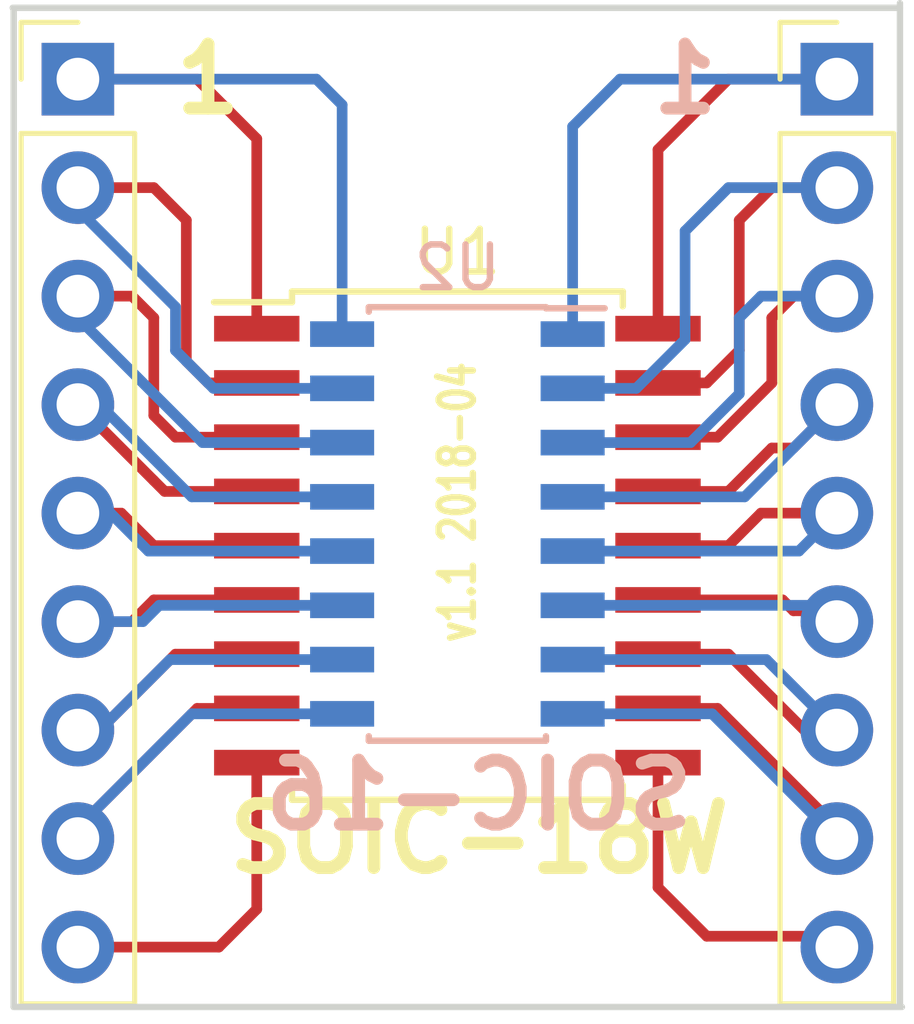
<source format=kicad_pcb>
(kicad_pcb (version 4) (host pcbnew 4.0.6)

  (general
    (links 34)
    (no_connects 0)
    (area 134.412667 93.723 162.259334 120.753)
    (thickness 1.6)
    (drawings 9)
    (tracks 112)
    (zones 0)
    (modules 4)
    (nets 19)
  )

  (page A4)
  (layers
    (0 F.Cu signal)
    (31 B.Cu signal)
    (36 B.SilkS user)
    (37 F.SilkS user)
    (38 B.Mask user)
    (39 F.Mask user)
    (40 Dwgs.User user)
    (44 Edge.Cuts user)
  )

  (setup
    (last_trace_width 0.25)
    (trace_clearance 0.2)
    (zone_clearance 0.508)
    (zone_45_only no)
    (trace_min 0.2)
    (segment_width 0.2)
    (edge_width 0.15)
    (via_size 0.6)
    (via_drill 0.4)
    (via_min_size 0.4)
    (via_min_drill 0.3)
    (uvia_size 0.3)
    (uvia_drill 0.1)
    (uvias_allowed no)
    (uvia_min_size 0.2)
    (uvia_min_drill 0.1)
    (pcb_text_width 0.3)
    (pcb_text_size 1.5 1.5)
    (mod_edge_width 0.15)
    (mod_text_size 1 1)
    (mod_text_width 0.15)
    (pad_size 1.524 1.524)
    (pad_drill 0.762)
    (pad_to_mask_clearance 0.2)
    (aux_axis_origin 0 0)
    (visible_elements FFFEFF7F)
    (pcbplotparams
      (layerselection 0x00030_80000001)
      (usegerberextensions false)
      (excludeedgelayer true)
      (linewidth 0.100000)
      (plotframeref false)
      (viasonmask false)
      (mode 1)
      (useauxorigin false)
      (hpglpennumber 1)
      (hpglpenspeed 20)
      (hpglpendiameter 15)
      (hpglpenoverlay 2)
      (psnegative false)
      (psa4output false)
      (plotreference true)
      (plotvalue true)
      (plotinvisibletext false)
      (padsonsilk false)
      (subtractmaskfromsilk false)
      (outputformat 1)
      (mirror false)
      (drillshape 1)
      (scaleselection 1)
      (outputdirectory ""))
  )

  (net 0 "")
  (net 1 "Net-(J1-Pad1)")
  (net 2 "Net-(J1-Pad2)")
  (net 3 "Net-(J1-Pad3)")
  (net 4 "Net-(J1-Pad4)")
  (net 5 "Net-(J1-Pad5)")
  (net 6 "Net-(J1-Pad6)")
  (net 7 "Net-(J1-Pad7)")
  (net 8 GND)
  (net 9 "Net-(J1-Pad9)")
  (net 10 "Net-(J2-Pad1)")
  (net 11 "Net-(J2-Pad2)")
  (net 12 "Net-(J2-Pad3)")
  (net 13 "Net-(J2-Pad4)")
  (net 14 "Net-(J2-Pad5)")
  (net 15 "Net-(J2-Pad6)")
  (net 16 "Net-(J2-Pad7)")
  (net 17 "Net-(J2-Pad8)")
  (net 18 "Net-(J2-Pad9)")

  (net_class Default "This is the default net class."
    (clearance 0.2)
    (trace_width 0.25)
    (via_dia 0.6)
    (via_drill 0.4)
    (uvia_dia 0.3)
    (uvia_drill 0.1)
    (add_net GND)
    (add_net "Net-(J1-Pad1)")
    (add_net "Net-(J1-Pad2)")
    (add_net "Net-(J1-Pad3)")
    (add_net "Net-(J1-Pad4)")
    (add_net "Net-(J1-Pad5)")
    (add_net "Net-(J1-Pad6)")
    (add_net "Net-(J1-Pad7)")
    (add_net "Net-(J1-Pad9)")
    (add_net "Net-(J2-Pad1)")
    (add_net "Net-(J2-Pad2)")
    (add_net "Net-(J2-Pad3)")
    (add_net "Net-(J2-Pad4)")
    (add_net "Net-(J2-Pad5)")
    (add_net "Net-(J2-Pad6)")
    (add_net "Net-(J2-Pad7)")
    (add_net "Net-(J2-Pad8)")
    (add_net "Net-(J2-Pad9)")
  )

  (module Pin_Headers:Pin_Header_Straight_1x09_Pitch2.54mm (layer F.Cu) (tedit 5AD20717) (tstamp 5ABE7879)
    (at 139.446 97.028)
    (descr "Through hole straight pin header, 1x09, 2.54mm pitch, single row")
    (tags "Through hole pin header THT 1x09 2.54mm single row")
    (path /5ABE8240)
    (fp_text reference J1 (at 3.048 0) (layer F.SilkS) hide
      (effects (font (size 1 1) (thickness 0.15)))
    )
    (fp_text value CONN_01X09 (at 0 22.65) (layer F.Fab)
      (effects (font (size 1 1) (thickness 0.15)))
    )
    (fp_line (start -0.635 -1.27) (end 1.27 -1.27) (layer F.Fab) (width 0.1))
    (fp_line (start 1.27 -1.27) (end 1.27 21.59) (layer F.Fab) (width 0.1))
    (fp_line (start 1.27 21.59) (end -1.27 21.59) (layer F.Fab) (width 0.1))
    (fp_line (start -1.27 21.59) (end -1.27 -0.635) (layer F.Fab) (width 0.1))
    (fp_line (start -1.27 -0.635) (end -0.635 -1.27) (layer F.Fab) (width 0.1))
    (fp_line (start -1.33 21.65) (end 1.33 21.65) (layer F.SilkS) (width 0.12))
    (fp_line (start -1.33 1.27) (end -1.33 21.65) (layer F.SilkS) (width 0.12))
    (fp_line (start 1.33 1.27) (end 1.33 21.65) (layer F.SilkS) (width 0.12))
    (fp_line (start -1.33 1.27) (end 1.33 1.27) (layer F.SilkS) (width 0.12))
    (fp_line (start -1.33 0) (end -1.33 -1.33) (layer F.SilkS) (width 0.12))
    (fp_line (start -1.33 -1.33) (end 0 -1.33) (layer F.SilkS) (width 0.12))
    (fp_line (start -1.8 -1.8) (end -1.8 22.1) (layer F.CrtYd) (width 0.05))
    (fp_line (start -1.8 22.1) (end 1.8 22.1) (layer F.CrtYd) (width 0.05))
    (fp_line (start 1.8 22.1) (end 1.8 -1.8) (layer F.CrtYd) (width 0.05))
    (fp_line (start 1.8 -1.8) (end -1.8 -1.8) (layer F.CrtYd) (width 0.05))
    (fp_text user %R (at 0 10.16 90) (layer F.Fab)
      (effects (font (size 1 1) (thickness 0.15)))
    )
    (pad 1 thru_hole rect (at 0 0) (size 1.7 1.7) (drill 1) (layers *.Cu *.Mask)
      (net 1 "Net-(J1-Pad1)"))
    (pad 2 thru_hole oval (at 0 2.54) (size 1.7 1.7) (drill 1) (layers *.Cu *.Mask)
      (net 2 "Net-(J1-Pad2)"))
    (pad 3 thru_hole oval (at 0 5.08) (size 1.7 1.7) (drill 1) (layers *.Cu *.Mask)
      (net 3 "Net-(J1-Pad3)"))
    (pad 4 thru_hole oval (at 0 7.62) (size 1.7 1.7) (drill 1) (layers *.Cu *.Mask)
      (net 4 "Net-(J1-Pad4)"))
    (pad 5 thru_hole oval (at 0 10.16) (size 1.7 1.7) (drill 1) (layers *.Cu *.Mask)
      (net 5 "Net-(J1-Pad5)"))
    (pad 6 thru_hole oval (at 0 12.7) (size 1.7 1.7) (drill 1) (layers *.Cu *.Mask)
      (net 6 "Net-(J1-Pad6)"))
    (pad 7 thru_hole oval (at 0 15.24) (size 1.7 1.7) (drill 1) (layers *.Cu *.Mask)
      (net 7 "Net-(J1-Pad7)"))
    (pad 8 thru_hole oval (at 0 17.78) (size 1.7 1.7) (drill 1) (layers *.Cu *.Mask)
      (net 8 GND))
    (pad 9 thru_hole oval (at 0 20.32) (size 1.7 1.7) (drill 1) (layers *.Cu *.Mask)
      (net 9 "Net-(J1-Pad9)"))
    (model ${KISYS3DMOD}/Pin_Headers.3dshapes/Pin_Header_Straight_1x09_Pitch2.54mm.wrl
      (at (xyz 0 0 0))
      (scale (xyz 1 1 1))
      (rotate (xyz 0 0 0))
    )
  )

  (module Pin_Headers:Pin_Header_Straight_1x09_Pitch2.54mm (layer F.Cu) (tedit 5AD20722) (tstamp 5ABE7886)
    (at 157.226 97.028)
    (descr "Through hole straight pin header, 1x09, 2.54mm pitch, single row")
    (tags "Through hole pin header THT 1x09 2.54mm single row")
    (path /5ABE8510)
    (fp_text reference J2 (at 0 -2.33) (layer F.SilkS) hide
      (effects (font (size 1 1) (thickness 0.15)))
    )
    (fp_text value CONN_01X09 (at 0 22.65) (layer F.Fab)
      (effects (font (size 1 1) (thickness 0.15)))
    )
    (fp_line (start -0.635 -1.27) (end 1.27 -1.27) (layer F.Fab) (width 0.1))
    (fp_line (start 1.27 -1.27) (end 1.27 21.59) (layer F.Fab) (width 0.1))
    (fp_line (start 1.27 21.59) (end -1.27 21.59) (layer F.Fab) (width 0.1))
    (fp_line (start -1.27 21.59) (end -1.27 -0.635) (layer F.Fab) (width 0.1))
    (fp_line (start -1.27 -0.635) (end -0.635 -1.27) (layer F.Fab) (width 0.1))
    (fp_line (start -1.33 21.65) (end 1.33 21.65) (layer F.SilkS) (width 0.12))
    (fp_line (start -1.33 1.27) (end -1.33 21.65) (layer F.SilkS) (width 0.12))
    (fp_line (start 1.33 1.27) (end 1.33 21.65) (layer F.SilkS) (width 0.12))
    (fp_line (start -1.33 1.27) (end 1.33 1.27) (layer F.SilkS) (width 0.12))
    (fp_line (start -1.33 0) (end -1.33 -1.33) (layer F.SilkS) (width 0.12))
    (fp_line (start -1.33 -1.33) (end 0 -1.33) (layer F.SilkS) (width 0.12))
    (fp_line (start -1.8 -1.8) (end -1.8 22.1) (layer F.CrtYd) (width 0.05))
    (fp_line (start -1.8 22.1) (end 1.8 22.1) (layer F.CrtYd) (width 0.05))
    (fp_line (start 1.8 22.1) (end 1.8 -1.8) (layer F.CrtYd) (width 0.05))
    (fp_line (start 1.8 -1.8) (end -1.8 -1.8) (layer F.CrtYd) (width 0.05))
    (fp_text user %R (at 0 10.16 90) (layer F.Fab)
      (effects (font (size 1 1) (thickness 0.15)))
    )
    (pad 1 thru_hole rect (at 0 0) (size 1.7 1.7) (drill 1) (layers *.Cu *.Mask)
      (net 10 "Net-(J2-Pad1)"))
    (pad 2 thru_hole oval (at 0 2.54) (size 1.7 1.7) (drill 1) (layers *.Cu *.Mask)
      (net 11 "Net-(J2-Pad2)"))
    (pad 3 thru_hole oval (at 0 5.08) (size 1.7 1.7) (drill 1) (layers *.Cu *.Mask)
      (net 12 "Net-(J2-Pad3)"))
    (pad 4 thru_hole oval (at 0 7.62) (size 1.7 1.7) (drill 1) (layers *.Cu *.Mask)
      (net 13 "Net-(J2-Pad4)"))
    (pad 5 thru_hole oval (at 0 10.16) (size 1.7 1.7) (drill 1) (layers *.Cu *.Mask)
      (net 14 "Net-(J2-Pad5)"))
    (pad 6 thru_hole oval (at 0 12.7) (size 1.7 1.7) (drill 1) (layers *.Cu *.Mask)
      (net 15 "Net-(J2-Pad6)"))
    (pad 7 thru_hole oval (at 0 15.24) (size 1.7 1.7) (drill 1) (layers *.Cu *.Mask)
      (net 16 "Net-(J2-Pad7)"))
    (pad 8 thru_hole oval (at 0 17.78) (size 1.7 1.7) (drill 1) (layers *.Cu *.Mask)
      (net 17 "Net-(J2-Pad8)"))
    (pad 9 thru_hole oval (at 0 20.32) (size 1.7 1.7) (drill 1) (layers *.Cu *.Mask)
      (net 18 "Net-(J2-Pad9)"))
    (model ${KISYS3DMOD}/Pin_Headers.3dshapes/Pin_Header_Straight_1x09_Pitch2.54mm.wrl
      (at (xyz 0 0 0))
      (scale (xyz 1 1 1))
      (rotate (xyz 0 0 0))
    )
  )

  (module Housings_SOIC:SOIC-18W_7.5x11.6mm_Pitch1.27mm (layer F.Cu) (tedit 5ABE78C5) (tstamp 5ABE789C)
    (at 148.336 107.95)
    (descr "18-Lead Plastic Small Outline (SO) - Wide, 7.50 mm Body [SOIC] (see Microchip Packaging Specification 00000049BS.pdf)")
    (tags "SOIC 1.27")
    (path /5ABE9523)
    (attr smd)
    (fp_text reference U1 (at 0 -6.875) (layer F.SilkS)
      (effects (font (size 1 1) (thickness 0.15)))
    )
    (fp_text value MIC2981 (at 0.0689 8.4264) (layer F.Fab)
      (effects (font (size 1 1) (thickness 0.15)))
    )
    (fp_text user %R (at 0 0) (layer F.Fab)
      (effects (font (size 1 1) (thickness 0.15)))
    )
    (fp_line (start -2.75 -5.8) (end 3.75 -5.8) (layer F.Fab) (width 0.15))
    (fp_line (start 3.75 -5.8) (end 3.75 5.8) (layer F.Fab) (width 0.15))
    (fp_line (start 3.75 5.8) (end -3.75 5.8) (layer F.Fab) (width 0.15))
    (fp_line (start -3.75 5.8) (end -3.75 -4.8) (layer F.Fab) (width 0.15))
    (fp_line (start -3.75 -4.8) (end -2.75 -5.8) (layer F.Fab) (width 0.15))
    (fp_line (start -5.95 -6.15) (end -5.95 6.15) (layer F.CrtYd) (width 0.05))
    (fp_line (start 5.95 -6.15) (end 5.95 6.15) (layer F.CrtYd) (width 0.05))
    (fp_line (start -5.95 -6.15) (end 5.95 -6.15) (layer F.CrtYd) (width 0.05))
    (fp_line (start -5.95 6.15) (end 5.95 6.15) (layer F.CrtYd) (width 0.05))
    (fp_line (start -3.875 -5.95) (end -3.875 -5.7) (layer F.SilkS) (width 0.15))
    (fp_line (start 3.875 -5.95) (end 3.875 -5.605) (layer F.SilkS) (width 0.15))
    (fp_line (start 3.875 5.95) (end 3.875 5.605) (layer F.SilkS) (width 0.15))
    (fp_line (start -3.875 5.95) (end -3.875 5.605) (layer F.SilkS) (width 0.15))
    (fp_line (start -3.875 -5.95) (end 3.875 -5.95) (layer F.SilkS) (width 0.15))
    (fp_line (start -3.875 5.95) (end 3.875 5.95) (layer F.SilkS) (width 0.15))
    (fp_line (start -3.875 -5.7) (end -5.7 -5.7) (layer F.SilkS) (width 0.15))
    (pad 1 smd rect (at -4.7 -5.08) (size 2 0.6) (layers F.Cu F.Mask)
      (net 1 "Net-(J1-Pad1)"))
    (pad 2 smd rect (at -4.7 -3.81) (size 2 0.6) (layers F.Cu F.Mask)
      (net 2 "Net-(J1-Pad2)"))
    (pad 3 smd rect (at -4.7 -2.54) (size 2 0.6) (layers F.Cu F.Mask)
      (net 3 "Net-(J1-Pad3)"))
    (pad 4 smd rect (at -4.7 -1.27) (size 2 0.6) (layers F.Cu F.Mask)
      (net 4 "Net-(J1-Pad4)"))
    (pad 5 smd rect (at -4.7 0) (size 2 0.6) (layers F.Cu F.Mask)
      (net 5 "Net-(J1-Pad5)"))
    (pad 6 smd rect (at -4.7 1.27) (size 2 0.6) (layers F.Cu F.Mask)
      (net 6 "Net-(J1-Pad6)"))
    (pad 7 smd rect (at -4.7 2.54) (size 2 0.6) (layers F.Cu F.Mask)
      (net 7 "Net-(J1-Pad7)"))
    (pad 8 smd rect (at -4.7 3.81) (size 2 0.6) (layers F.Cu F.Mask)
      (net 8 GND))
    (pad 9 smd rect (at -4.7 5.08) (size 2 0.6) (layers F.Cu F.Mask)
      (net 9 "Net-(J1-Pad9)"))
    (pad 10 smd rect (at 4.7 5.08) (size 2 0.6) (layers F.Cu F.Mask)
      (net 18 "Net-(J2-Pad9)"))
    (pad 11 smd rect (at 4.7 3.81) (size 2 0.6) (layers F.Cu F.Mask)
      (net 17 "Net-(J2-Pad8)"))
    (pad 12 smd rect (at 4.7 2.54) (size 2 0.6) (layers F.Cu F.Mask)
      (net 16 "Net-(J2-Pad7)"))
    (pad 13 smd rect (at 4.7 1.27) (size 2 0.6) (layers F.Cu F.Mask)
      (net 15 "Net-(J2-Pad6)"))
    (pad 14 smd rect (at 4.7 0) (size 2 0.6) (layers F.Cu F.Mask)
      (net 14 "Net-(J2-Pad5)"))
    (pad 15 smd rect (at 4.7 -1.27) (size 2 0.6) (layers F.Cu F.Mask)
      (net 13 "Net-(J2-Pad4)"))
    (pad 16 smd rect (at 4.7 -2.54) (size 2 0.6) (layers F.Cu F.Mask)
      (net 12 "Net-(J2-Pad3)"))
    (pad 17 smd rect (at 4.7 -3.81) (size 2 0.6) (layers F.Cu F.Mask)
      (net 11 "Net-(J2-Pad2)"))
    (pad 18 smd rect (at 4.7 -5.08) (size 2 0.6) (layers F.Cu F.Mask)
      (net 10 "Net-(J2-Pad1)"))
    (model ${KISYS3DMOD}/Housings_SOIC.3dshapes/SOIC-18W_7.5x11.6mm_Pitch1.27mm.wrl
      (at (xyz 0 0 0))
      (scale (xyz 1 1 1))
      (rotate (xyz 0 0 0))
    )
  )

  (module Housings_SOIC:SOIC-16_3.9x9.9mm_Pitch1.27mm (layer B.Cu) (tedit 5ABE78CD) (tstamp 5ABE78B0)
    (at 148.336 107.442 180)
    (descr "16-Lead Plastic Small Outline (SL) - Narrow, 3.90 mm Body [SOIC] (see Microchip Packaging Specification 00000049BS.pdf)")
    (tags "SOIC 1.27")
    (path /5ABE6DEC)
    (attr smd)
    (fp_text reference U2 (at 0 6 180) (layer B.SilkS)
      (effects (font (size 1 1) (thickness 0.15)) (justify mirror))
    )
    (fp_text value HEF4794B (at -0.0811 -7.0364 180) (layer B.Fab)
      (effects (font (size 1 1) (thickness 0.15)) (justify mirror))
    )
    (fp_text user %R (at 0 0 180) (layer B.Fab)
      (effects (font (size 0.9 0.9) (thickness 0.135)) (justify mirror))
    )
    (fp_line (start -0.95 4.95) (end 1.95 4.95) (layer B.Fab) (width 0.15))
    (fp_line (start 1.95 4.95) (end 1.95 -4.95) (layer B.Fab) (width 0.15))
    (fp_line (start 1.95 -4.95) (end -1.95 -4.95) (layer B.Fab) (width 0.15))
    (fp_line (start -1.95 -4.95) (end -1.95 3.95) (layer B.Fab) (width 0.15))
    (fp_line (start -1.95 3.95) (end -0.95 4.95) (layer B.Fab) (width 0.15))
    (fp_line (start -3.7 5.25) (end -3.7 -5.25) (layer B.CrtYd) (width 0.05))
    (fp_line (start 3.7 5.25) (end 3.7 -5.25) (layer B.CrtYd) (width 0.05))
    (fp_line (start -3.7 5.25) (end 3.7 5.25) (layer B.CrtYd) (width 0.05))
    (fp_line (start -3.7 -5.25) (end 3.7 -5.25) (layer B.CrtYd) (width 0.05))
    (fp_line (start -2.075 5.075) (end -2.075 5.05) (layer B.SilkS) (width 0.15))
    (fp_line (start 2.075 5.075) (end 2.075 4.97) (layer B.SilkS) (width 0.15))
    (fp_line (start 2.075 -5.075) (end 2.075 -4.97) (layer B.SilkS) (width 0.15))
    (fp_line (start -2.075 -5.075) (end -2.075 -4.97) (layer B.SilkS) (width 0.15))
    (fp_line (start -2.075 5.075) (end 2.075 5.075) (layer B.SilkS) (width 0.15))
    (fp_line (start -2.075 -5.075) (end 2.075 -5.075) (layer B.SilkS) (width 0.15))
    (fp_line (start -2.075 5.05) (end -3.45 5.05) (layer B.SilkS) (width 0.15))
    (pad 1 smd rect (at -2.7 4.445 180) (size 1.5 0.6) (layers B.Cu B.Mask)
      (net 10 "Net-(J2-Pad1)"))
    (pad 2 smd rect (at -2.7 3.175 180) (size 1.5 0.6) (layers B.Cu B.Mask)
      (net 11 "Net-(J2-Pad2)"))
    (pad 3 smd rect (at -2.7 1.905 180) (size 1.5 0.6) (layers B.Cu B.Mask)
      (net 12 "Net-(J2-Pad3)"))
    (pad 4 smd rect (at -2.7 0.635 180) (size 1.5 0.6) (layers B.Cu B.Mask)
      (net 13 "Net-(J2-Pad4)"))
    (pad 5 smd rect (at -2.7 -0.635 180) (size 1.5 0.6) (layers B.Cu B.Mask)
      (net 14 "Net-(J2-Pad5)"))
    (pad 6 smd rect (at -2.7 -1.905 180) (size 1.5 0.6) (layers B.Cu B.Mask)
      (net 15 "Net-(J2-Pad6)"))
    (pad 7 smd rect (at -2.7 -3.175 180) (size 1.5 0.6) (layers B.Cu B.Mask)
      (net 16 "Net-(J2-Pad7)"))
    (pad 8 smd rect (at -2.7 -4.445 180) (size 1.5 0.6) (layers B.Cu B.Mask)
      (net 17 "Net-(J2-Pad8)"))
    (pad 9 smd rect (at 2.7 -4.445 180) (size 1.5 0.6) (layers B.Cu B.Mask)
      (net 8 GND))
    (pad 10 smd rect (at 2.7 -3.175 180) (size 1.5 0.6) (layers B.Cu B.Mask)
      (net 7 "Net-(J1-Pad7)"))
    (pad 11 smd rect (at 2.7 -1.905 180) (size 1.5 0.6) (layers B.Cu B.Mask)
      (net 6 "Net-(J1-Pad6)"))
    (pad 12 smd rect (at 2.7 -0.635 180) (size 1.5 0.6) (layers B.Cu B.Mask)
      (net 5 "Net-(J1-Pad5)"))
    (pad 13 smd rect (at 2.7 0.635 180) (size 1.5 0.6) (layers B.Cu B.Mask)
      (net 4 "Net-(J1-Pad4)"))
    (pad 14 smd rect (at 2.7 1.905 180) (size 1.5 0.6) (layers B.Cu B.Mask)
      (net 3 "Net-(J1-Pad3)"))
    (pad 15 smd rect (at 2.7 3.175 180) (size 1.5 0.6) (layers B.Cu B.Mask)
      (net 2 "Net-(J1-Pad2)"))
    (pad 16 smd rect (at 2.7 4.445 180) (size 1.5 0.6) (layers B.Cu B.Mask)
      (net 1 "Net-(J1-Pad1)"))
    (model ${KISYS3DMOD}/Housings_SOIC.3dshapes/SOIC-16_3.9x9.9mm_Pitch1.27mm.wrl
      (at (xyz 0 0 0))
      (scale (xyz 1 1 1))
      (rotate (xyz 0 0 0))
    )
  )

  (gr_text "v1.1 2018-04" (at 148.336 106.934 90) (layer F.SilkS)
    (effects (font (size 0.8 0.6) (thickness 0.15)))
  )
  (gr_text 1 (at 153.67 97.028) (layer B.SilkS)
    (effects (font (size 1.5 1.5) (thickness 0.3)) (justify mirror))
  )
  (gr_text SOIC-16 (at 148.844 113.792) (layer B.SilkS)
    (effects (font (size 1.5 1.5) (thickness 0.3)) (justify mirror))
  )
  (gr_text SOIC-18W (at 148.844 114.808) (layer F.SilkS)
    (effects (font (size 1.5 1.5) (thickness 0.3)))
  )
  (gr_text 1 (at 142.494 97.028) (layer F.SilkS)
    (effects (font (size 1.5 1.5) (thickness 0.3)))
  )
  (gr_line (start 137.942 118.75) (end 137.942 95.4) (angle 90) (layer Edge.Cuts) (width 0.15))
  (gr_line (start 158.75 118.75) (end 137.942 118.75) (angle 90) (layer Edge.Cuts) (width 0.15))
  (gr_line (start 158.704 95.25) (end 158.704 118.75) (angle 90) (layer Edge.Cuts) (width 0.15))
  (gr_line (start 137.92 95.358) (end 158.7 95.358) (angle 90) (layer Edge.Cuts) (width 0.15))

  (segment (start 139.446 97.028) (end 145.034 97.028) (width 0.25) (layer B.Cu) (net 1))
  (segment (start 145.636 97.63) (end 145.636 102.997) (width 0.25) (layer B.Cu) (net 1) (tstamp 5AD20AAA))
  (segment (start 145.034 97.028) (end 145.636 97.63) (width 0.25) (layer B.Cu) (net 1) (tstamp 5AD20AA9))
  (segment (start 139.446 97.028) (end 142.24 97.028) (width 0.25) (layer F.Cu) (net 1))
  (segment (start 143.636 98.424) (end 143.636 102.87) (width 0.25) (layer F.Cu) (net 1) (tstamp 5AD20950))
  (segment (start 142.24 97.028) (end 143.636 98.424) (width 0.25) (layer F.Cu) (net 1) (tstamp 5AD2094E))
  (segment (start 139.446 99.568) (end 139.446 100.076) (width 0.25) (layer B.Cu) (net 2))
  (segment (start 139.446 100.076) (end 141.732 102.362) (width 0.25) (layer B.Cu) (net 2) (tstamp 5AD20AA1))
  (segment (start 142.621 104.267) (end 145.636 104.267) (width 0.25) (layer B.Cu) (net 2) (tstamp 5AD20AA6))
  (segment (start 141.732 103.378) (end 142.621 104.267) (width 0.25) (layer B.Cu) (net 2) (tstamp 5AD20AA4))
  (segment (start 141.732 102.362) (end 141.732 103.378) (width 0.25) (layer B.Cu) (net 2) (tstamp 5AD20AA2))
  (segment (start 139.446 99.568) (end 141.224 99.568) (width 0.25) (layer F.Cu) (net 2))
  (segment (start 142.494 104.14) (end 143.636 104.14) (width 0.25) (layer F.Cu) (net 2) (tstamp 5AD2095C))
  (segment (start 141.986 103.632) (end 142.494 104.14) (width 0.25) (layer F.Cu) (net 2) (tstamp 5AD2095B))
  (segment (start 141.986 100.33) (end 141.986 103.632) (width 0.25) (layer F.Cu) (net 2) (tstamp 5AD2095A))
  (segment (start 141.224 99.568) (end 141.986 100.33) (width 0.25) (layer F.Cu) (net 2) (tstamp 5AD20959))
  (segment (start 139.446 102.108) (end 139.446 102.616) (width 0.25) (layer B.Cu) (net 3))
  (segment (start 139.446 102.616) (end 142.367 105.537) (width 0.25) (layer B.Cu) (net 3) (tstamp 5AD20A9C))
  (segment (start 142.367 105.537) (end 145.636 105.537) (width 0.25) (layer B.Cu) (net 3) (tstamp 5AD20A9D))
  (segment (start 139.446 102.108) (end 140.716 102.108) (width 0.25) (layer F.Cu) (net 3))
  (segment (start 141.732 105.41) (end 143.636 105.41) (width 0.25) (layer F.Cu) (net 3) (tstamp 5AD20962))
  (segment (start 141.224 104.902) (end 141.732 105.41) (width 0.25) (layer F.Cu) (net 3) (tstamp 5AD20961))
  (segment (start 141.224 102.616) (end 141.224 104.902) (width 0.25) (layer F.Cu) (net 3) (tstamp 5AD20960))
  (segment (start 140.716 102.108) (end 141.224 102.616) (width 0.25) (layer F.Cu) (net 3) (tstamp 5AD2095F))
  (segment (start 139.446 104.648) (end 139.954 104.648) (width 0.25) (layer B.Cu) (net 4))
  (segment (start 139.954 104.648) (end 142.113 106.807) (width 0.25) (layer B.Cu) (net 4) (tstamp 5AD20A97))
  (segment (start 142.113 106.807) (end 145.636 106.807) (width 0.25) (layer B.Cu) (net 4) (tstamp 5AD20A98))
  (segment (start 139.446 104.648) (end 141.224 106.426) (width 0.25) (layer F.Cu) (net 4))
  (segment (start 141.478 106.68) (end 143.636 106.68) (width 0.25) (layer F.Cu) (net 4) (tstamp 5AD20966))
  (segment (start 141.224 106.426) (end 141.478 106.68) (width 0.25) (layer F.Cu) (net 4) (tstamp 5AD20965))
  (segment (start 139.446 107.188) (end 140.208 107.188) (width 0.25) (layer B.Cu) (net 5))
  (segment (start 140.208 107.188) (end 141.097 108.077) (width 0.25) (layer B.Cu) (net 5) (tstamp 5AD20A93))
  (segment (start 141.097 108.077) (end 145.636 108.077) (width 0.25) (layer B.Cu) (net 5) (tstamp 5AD20A94))
  (segment (start 139.446 107.188) (end 140.462 107.188) (width 0.25) (layer F.Cu) (net 5))
  (segment (start 141.224 107.95) (end 143.636 107.95) (width 0.25) (layer F.Cu) (net 5) (tstamp 5AD2096A))
  (segment (start 140.462 107.188) (end 141.224 107.95) (width 0.25) (layer F.Cu) (net 5) (tstamp 5AD20969))
  (segment (start 139.446 109.728) (end 140.97 109.728) (width 0.25) (layer B.Cu) (net 6))
  (segment (start 141.351 109.347) (end 145.636 109.347) (width 0.25) (layer B.Cu) (net 6) (tstamp 5AD20A90))
  (segment (start 140.97 109.728) (end 141.351 109.347) (width 0.25) (layer B.Cu) (net 6) (tstamp 5AD20A8F))
  (segment (start 139.446 109.728) (end 140.716 109.728) (width 0.25) (layer F.Cu) (net 6))
  (segment (start 141.224 109.22) (end 143.636 109.22) (width 0.25) (layer F.Cu) (net 6) (tstamp 5AD2096E))
  (segment (start 140.716 109.728) (end 141.224 109.22) (width 0.25) (layer F.Cu) (net 6) (tstamp 5AD2096D))
  (segment (start 139.446 112.268) (end 139.954 112.268) (width 0.25) (layer B.Cu) (net 7))
  (segment (start 139.954 112.268) (end 141.605 110.617) (width 0.25) (layer B.Cu) (net 7) (tstamp 5AD20A8A))
  (segment (start 141.605 110.617) (end 145.636 110.617) (width 0.25) (layer B.Cu) (net 7) (tstamp 5AD20A8B))
  (segment (start 139.954 112.268) (end 141.732 110.49) (width 0.25) (layer F.Cu) (net 7) (tstamp 5AD20971))
  (segment (start 141.732 110.49) (end 143.636 110.49) (width 0.25) (layer F.Cu) (net 7) (tstamp 5AD20972))
  (segment (start 139.446 114.808) (end 139.446 114.554) (width 0.25) (layer B.Cu) (net 8))
  (segment (start 139.446 114.554) (end 142.113 111.887) (width 0.25) (layer B.Cu) (net 8) (tstamp 5AD20A85))
  (segment (start 142.113 111.887) (end 145.636 111.887) (width 0.25) (layer B.Cu) (net 8) (tstamp 5AD20A86))
  (segment (start 139.446 114.554) (end 142.24 111.76) (width 0.25) (layer F.Cu) (net 8) (tstamp 5AD20976))
  (segment (start 142.24 111.76) (end 143.636 111.76) (width 0.25) (layer F.Cu) (net 8) (tstamp 5AD20977))
  (segment (start 139.446 117.348) (end 142.748 117.348) (width 0.25) (layer F.Cu) (net 9))
  (segment (start 143.636 116.46) (end 143.636 113.03) (width 0.25) (layer F.Cu) (net 9) (tstamp 5AD209B4))
  (segment (start 142.748 117.348) (end 143.636 116.46) (width 0.25) (layer F.Cu) (net 9) (tstamp 5AD209B3))
  (segment (start 151.036 102.997) (end 151.036 98.138) (width 0.25) (layer B.Cu) (net 10))
  (segment (start 152.146 97.028) (end 157.226 97.028) (width 0.25) (layer B.Cu) (net 10) (tstamp 5AD20A5A))
  (segment (start 151.036 98.138) (end 152.146 97.028) (width 0.25) (layer B.Cu) (net 10) (tstamp 5AD20A59))
  (segment (start 153.036 102.87) (end 153.036 98.678) (width 0.25) (layer F.Cu) (net 10))
  (segment (start 154.686 97.028) (end 157.226 97.028) (width 0.25) (layer F.Cu) (net 10) (tstamp 5AD20955))
  (segment (start 153.036 98.678) (end 154.686 97.028) (width 0.25) (layer F.Cu) (net 10) (tstamp 5AD20954))
  (segment (start 151.036 104.267) (end 152.527 104.267) (width 0.25) (layer B.Cu) (net 11))
  (segment (start 154.686 99.568) (end 157.226 99.568) (width 0.25) (layer B.Cu) (net 11) (tstamp 5AD20A63))
  (segment (start 153.67 100.584) (end 154.686 99.568) (width 0.25) (layer B.Cu) (net 11) (tstamp 5AD20A61))
  (segment (start 153.67 103.124) (end 153.67 100.584) (width 0.25) (layer B.Cu) (net 11) (tstamp 5AD20A5F))
  (segment (start 152.527 104.267) (end 153.67 103.124) (width 0.25) (layer B.Cu) (net 11) (tstamp 5AD20A5E))
  (segment (start 153.036 104.14) (end 154.178 104.14) (width 0.25) (layer F.Cu) (net 11))
  (segment (start 155.702 99.568) (end 157.226 99.568) (width 0.25) (layer F.Cu) (net 11) (tstamp 5AD20984))
  (segment (start 154.94 100.33) (end 155.702 99.568) (width 0.25) (layer F.Cu) (net 11) (tstamp 5AD20983))
  (segment (start 154.94 103.378) (end 154.94 100.33) (width 0.25) (layer F.Cu) (net 11) (tstamp 5AD20982))
  (segment (start 154.178 104.14) (end 154.94 103.378) (width 0.25) (layer F.Cu) (net 11) (tstamp 5AD20981))
  (segment (start 151.036 105.537) (end 153.797 105.537) (width 0.25) (layer B.Cu) (net 12))
  (segment (start 155.448 102.108) (end 157.226 102.108) (width 0.25) (layer B.Cu) (net 12) (tstamp 5AD20A6B))
  (segment (start 154.94 102.616) (end 155.448 102.108) (width 0.25) (layer B.Cu) (net 12) (tstamp 5AD20A6A))
  (segment (start 154.94 104.394) (end 154.94 102.616) (width 0.25) (layer B.Cu) (net 12) (tstamp 5AD20A68))
  (segment (start 153.797 105.537) (end 154.94 104.394) (width 0.25) (layer B.Cu) (net 12) (tstamp 5AD20A67))
  (segment (start 153.036 105.41) (end 154.432 105.41) (width 0.25) (layer F.Cu) (net 12))
  (segment (start 156.21 102.108) (end 157.226 102.108) (width 0.25) (layer F.Cu) (net 12) (tstamp 5AD2098C))
  (segment (start 155.702 102.616) (end 156.21 102.108) (width 0.25) (layer F.Cu) (net 12) (tstamp 5AD2098B))
  (segment (start 155.702 104.14) (end 155.702 102.616) (width 0.25) (layer F.Cu) (net 12) (tstamp 5AD20989))
  (segment (start 154.432 105.41) (end 155.702 104.14) (width 0.25) (layer F.Cu) (net 12) (tstamp 5AD20987))
  (segment (start 151.036 106.807) (end 155.067 106.807) (width 0.25) (layer B.Cu) (net 13))
  (segment (start 155.067 106.807) (end 157.226 104.648) (width 0.25) (layer B.Cu) (net 13) (tstamp 5AD20A73))
  (segment (start 153.036 106.68) (end 154.686 106.68) (width 0.25) (layer F.Cu) (net 13))
  (segment (start 156.21 105.664) (end 157.226 104.648) (width 0.25) (layer F.Cu) (net 13) (tstamp 5AD20991))
  (segment (start 155.702 105.664) (end 156.21 105.664) (width 0.25) (layer F.Cu) (net 13) (tstamp 5AD20990))
  (segment (start 154.686 106.68) (end 155.702 105.664) (width 0.25) (layer F.Cu) (net 13) (tstamp 5AD2098F))
  (segment (start 151.036 108.077) (end 156.337 108.077) (width 0.25) (layer B.Cu) (net 14))
  (segment (start 156.337 108.077) (end 157.226 107.188) (width 0.25) (layer B.Cu) (net 14) (tstamp 5AD20A77))
  (segment (start 153.036 107.95) (end 154.686 107.95) (width 0.25) (layer F.Cu) (net 14))
  (segment (start 155.448 107.188) (end 157.226 107.188) (width 0.25) (layer F.Cu) (net 14) (tstamp 5AD20995))
  (segment (start 154.686 107.95) (end 155.448 107.188) (width 0.25) (layer F.Cu) (net 14) (tstamp 5AD20994))
  (segment (start 151.036 109.347) (end 156.845 109.347) (width 0.25) (layer B.Cu) (net 15))
  (segment (start 156.845 109.347) (end 157.226 109.728) (width 0.25) (layer B.Cu) (net 15) (tstamp 5AD20A7A))
  (segment (start 153.036 109.22) (end 155.956 109.22) (width 0.25) (layer F.Cu) (net 15))
  (segment (start 156.21 109.474) (end 156.972 109.474) (width 0.25) (layer F.Cu) (net 15) (tstamp 5AD20999))
  (segment (start 155.956 109.22) (end 156.21 109.474) (width 0.25) (layer F.Cu) (net 15) (tstamp 5AD20998))
  (segment (start 156.972 109.474) (end 157.226 109.728) (width 0.25) (layer F.Cu) (net 15) (tstamp 5AD2099A))
  (segment (start 151.036 110.617) (end 155.575 110.617) (width 0.25) (layer B.Cu) (net 16))
  (segment (start 155.575 110.617) (end 157.226 112.268) (width 0.25) (layer B.Cu) (net 16) (tstamp 5AD20A7D))
  (segment (start 153.036 110.49) (end 154.686 110.49) (width 0.25) (layer F.Cu) (net 16))
  (segment (start 154.686 110.49) (end 156.464 112.268) (width 0.25) (layer F.Cu) (net 16) (tstamp 5AD2099F))
  (segment (start 156.464 112.268) (end 157.226 112.268) (width 0.25) (layer F.Cu) (net 16) (tstamp 5AD209A0))
  (segment (start 151.036 111.887) (end 154.305 111.887) (width 0.25) (layer B.Cu) (net 17))
  (segment (start 154.305 111.887) (end 157.226 114.808) (width 0.25) (layer B.Cu) (net 17) (tstamp 5AD20A81))
  (segment (start 153.036 111.76) (end 154.432 111.76) (width 0.25) (layer F.Cu) (net 17))
  (segment (start 154.432 111.76) (end 157.226 114.554) (width 0.25) (layer F.Cu) (net 17) (tstamp 5AD209A7))
  (segment (start 157.226 114.554) (end 157.226 114.808) (width 0.25) (layer F.Cu) (net 17) (tstamp 5AD209A9))
  (segment (start 153.036 113.03) (end 153.036 115.952) (width 0.25) (layer F.Cu) (net 18))
  (segment (start 154.178 117.094) (end 156.972 117.094) (width 0.25) (layer F.Cu) (net 18) (tstamp 5AD209AD))
  (segment (start 153.036 115.952) (end 154.178 117.094) (width 0.25) (layer F.Cu) (net 18) (tstamp 5AD209AC))
  (segment (start 156.972 117.094) (end 157.226 117.348) (width 0.25) (layer F.Cu) (net 18) (tstamp 5AD209AE))

)

</source>
